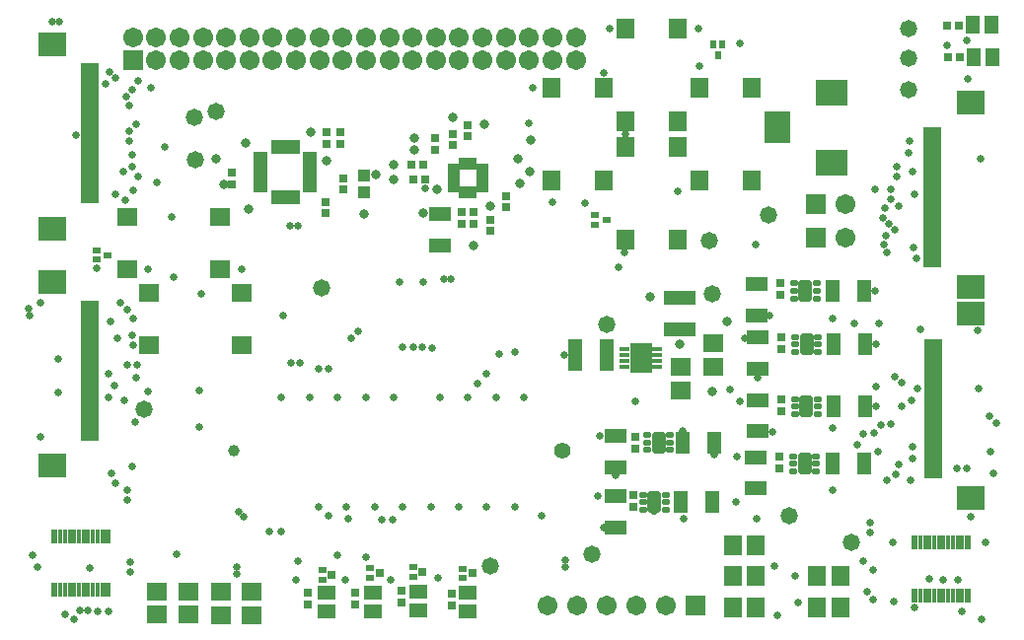
<source format=gts>
G04*
G04 #@! TF.GenerationSoftware,Altium Limited,Altium Designer,18.0.12 (696)*
G04*
G04 Layer_Color=8388736*
%FSLAX25Y25*%
%MOIN*%
G70*
G01*
G75*
%ADD46R,0.05918X0.01981*%
%ADD47R,0.02769X0.02257*%
%ADD48R,0.02769X0.02650*%
%ADD49R,0.01706X0.05131*%
%ADD50R,0.02375X0.05131*%
%ADD51R,0.06312X0.06706*%
%ADD52R,0.09461X0.07887*%
%ADD53R,0.02847X0.02217*%
%ADD54R,0.02847X0.01863*%
%ADD55R,0.05918X0.06902*%
%ADD56R,0.05131X0.07493*%
G04:AMPARAMS|DCode=57|XSize=47.37mil|YSize=70.99mil|CornerRadius=5.97mil|HoleSize=0mil|Usage=FLASHONLY|Rotation=0.000|XOffset=0mil|YOffset=0mil|HoleType=Round|Shape=RoundedRectangle|*
%AMROUNDEDRECTD57*
21,1,0.04737,0.05906,0,0,0.0*
21,1,0.03543,0.07099,0,0,0.0*
1,1,0.01194,0.01772,-0.02953*
1,1,0.01194,-0.01772,-0.02953*
1,1,0.01194,-0.01772,0.02953*
1,1,0.01194,0.01772,0.02953*
%
%ADD57ROUNDEDRECTD57*%
G04:AMPARAMS|DCode=58|XSize=19.81mil|YSize=25.72mil|CornerRadius=5.95mil|HoleSize=0mil|Usage=FLASHONLY|Rotation=90.000|XOffset=0mil|YOffset=0mil|HoleType=Round|Shape=RoundedRectangle|*
%AMROUNDEDRECTD58*
21,1,0.01981,0.01382,0,0,90.0*
21,1,0.00791,0.02572,0,0,90.0*
1,1,0.01190,0.00691,0.00396*
1,1,0.01190,0.00691,-0.00396*
1,1,0.01190,-0.00691,-0.00396*
1,1,0.01190,-0.00691,0.00396*
%
%ADD58ROUNDEDRECTD58*%
%ADD59R,0.07493X0.05131*%
%ADD60R,0.02769X0.03162*%
%ADD61R,0.04737X0.05918*%
%ADD62R,0.11036X0.05131*%
%ADD63R,0.05131X0.11036*%
%ADD64R,0.05918X0.04737*%
%ADD65R,0.06706X0.06312*%
%ADD66R,0.03162X0.02769*%
%ADD67R,0.03559X0.01787*%
%ADD68R,0.07299X0.10173*%
%ADD69R,0.02217X0.02847*%
%ADD70R,0.01863X0.02847*%
%ADD71R,0.03950X0.01981*%
%ADD72R,0.01981X0.03950*%
%ADD73R,0.04343X0.03950*%
%ADD74R,0.04737X0.01981*%
%ADD75R,0.01981X0.04737*%
%ADD76R,0.06902X0.05918*%
%ADD77C,0.05800*%
%ADD78R,0.08674X0.11036*%
%ADD79R,0.11036X0.08674*%
%ADD80C,0.06706*%
%ADD81R,0.06706X0.06706*%
%ADD82C,0.03950*%
%ADD83C,0.05524*%
%ADD84C,0.02600*%
%ADD85C,0.02769*%
%ADD86C,0.03200*%
D46*
X309705Y72165D02*
D03*
X24898Y96842D02*
D03*
Y98811D02*
D03*
X309705Y64291D02*
D03*
X309602Y145531D02*
D03*
Y149469D02*
D03*
Y153405D02*
D03*
X24898Y90937D02*
D03*
Y92905D02*
D03*
Y157346D02*
D03*
Y161284D02*
D03*
Y165220D02*
D03*
Y169158D02*
D03*
Y190811D02*
D03*
Y188842D02*
D03*
Y186874D02*
D03*
Y184906D02*
D03*
Y182937D02*
D03*
Y180968D02*
D03*
Y179000D02*
D03*
Y177032D02*
D03*
Y175063D02*
D03*
Y173094D02*
D03*
Y171126D02*
D03*
Y167189D02*
D03*
Y163252D02*
D03*
Y159315D02*
D03*
Y155378D02*
D03*
Y151441D02*
D03*
Y147504D02*
D03*
Y145535D02*
D03*
X309602Y123878D02*
D03*
Y125847D02*
D03*
Y127815D02*
D03*
Y129783D02*
D03*
Y131752D02*
D03*
Y133721D02*
D03*
Y135689D02*
D03*
Y137657D02*
D03*
Y139626D02*
D03*
Y141595D02*
D03*
Y143563D02*
D03*
Y147500D02*
D03*
Y151437D02*
D03*
Y155374D02*
D03*
Y159311D02*
D03*
Y161279D02*
D03*
Y163248D02*
D03*
Y165217D02*
D03*
Y167185D02*
D03*
Y169153D02*
D03*
X309705Y97756D02*
D03*
Y95787D02*
D03*
Y93819D02*
D03*
Y91850D02*
D03*
Y89882D02*
D03*
Y87913D02*
D03*
Y85945D02*
D03*
Y83976D02*
D03*
Y82008D02*
D03*
Y80039D02*
D03*
Y78071D02*
D03*
Y76102D02*
D03*
Y74134D02*
D03*
Y70197D02*
D03*
Y68228D02*
D03*
Y62323D02*
D03*
Y60354D02*
D03*
Y58386D02*
D03*
Y56417D02*
D03*
Y54449D02*
D03*
Y52480D02*
D03*
X24898Y65346D02*
D03*
Y67315D02*
D03*
Y69283D02*
D03*
Y71252D02*
D03*
Y73220D02*
D03*
Y75189D02*
D03*
Y77157D02*
D03*
Y79126D02*
D03*
Y81094D02*
D03*
Y83063D02*
D03*
Y85031D02*
D03*
Y87000D02*
D03*
Y88968D02*
D03*
Y94874D02*
D03*
Y100779D02*
D03*
Y102748D02*
D03*
Y104717D02*
D03*
Y106685D02*
D03*
Y108653D02*
D03*
Y110622D02*
D03*
X309705Y66260D02*
D03*
X309602Y157343D02*
D03*
X24898Y153409D02*
D03*
Y149472D02*
D03*
D47*
X134110Y18350D02*
D03*
Y21500D02*
D03*
X119500Y18000D02*
D03*
Y21150D02*
D03*
X150925Y17925D02*
D03*
Y21075D02*
D03*
X103350Y17425D02*
D03*
Y20575D02*
D03*
D48*
X137260Y19925D02*
D03*
X122650Y19575D02*
D03*
X154075Y19500D02*
D03*
X106500Y19000D02*
D03*
D49*
X316437Y11945D02*
D03*
X313287D02*
D03*
X318012Y30055D02*
D03*
X314862D02*
D03*
X311713D02*
D03*
X308563D02*
D03*
X305413D02*
D03*
X319587D02*
D03*
Y11945D02*
D03*
X310138D02*
D03*
X308563D02*
D03*
X306988D02*
D03*
X305413D02*
D03*
X311713D02*
D03*
X314862D02*
D03*
X318012D02*
D03*
X310138Y30055D02*
D03*
X306988D02*
D03*
X316437D02*
D03*
X313287D02*
D03*
X28987Y31955D02*
D03*
X22687D02*
D03*
X25837D02*
D03*
X28987Y13845D02*
D03*
X27412D02*
D03*
X25837D02*
D03*
X24262D02*
D03*
X22687D02*
D03*
X21113D02*
D03*
X19538D02*
D03*
X17963D02*
D03*
X16388D02*
D03*
X14813D02*
D03*
X27412Y31955D02*
D03*
X24262D02*
D03*
X21113D02*
D03*
X17963D02*
D03*
X14813D02*
D03*
X19538D02*
D03*
X16388D02*
D03*
D50*
X303504Y30055D02*
D03*
X321496D02*
D03*
Y11945D02*
D03*
X303504D02*
D03*
X12904Y13845D02*
D03*
X12904Y31955D02*
D03*
X30896D02*
D03*
Y13845D02*
D03*
D51*
X249937Y29000D02*
D03*
X242063D02*
D03*
X249937Y18500D02*
D03*
X242063D02*
D03*
X249937Y8000D02*
D03*
X242063D02*
D03*
X278437Y18463D02*
D03*
X270563D02*
D03*
X278437Y8000D02*
D03*
X270563D02*
D03*
D52*
X12102Y198291D02*
D03*
Y136087D02*
D03*
X322398Y116398D02*
D03*
Y178602D02*
D03*
X322500Y107205D02*
D03*
Y45000D02*
D03*
X12102Y55898D02*
D03*
Y118102D02*
D03*
D53*
X30858Y127075D02*
D03*
X199429Y139000D02*
D03*
D54*
X27000Y125500D02*
D03*
Y128650D02*
D03*
X195571Y137425D02*
D03*
Y140575D02*
D03*
D55*
X205742Y203539D02*
D03*
X223458D02*
D03*
X205742Y172239D02*
D03*
X223458D02*
D03*
X180742Y183539D02*
D03*
X198458D02*
D03*
X180742Y152239D02*
D03*
X198458D02*
D03*
X230742Y183539D02*
D03*
X248458D02*
D03*
X230742Y152239D02*
D03*
X248458D02*
D03*
X205742Y163539D02*
D03*
X223458D02*
D03*
X205742Y132239D02*
D03*
X223458D02*
D03*
D56*
X235130Y43500D02*
D03*
X224500D02*
D03*
X235815Y63772D02*
D03*
X225185D02*
D03*
X286815Y75800D02*
D03*
X276185D02*
D03*
X286315Y56500D02*
D03*
X275685D02*
D03*
X286315Y115006D02*
D03*
X275685D02*
D03*
X286815Y96842D02*
D03*
X276185D02*
D03*
D57*
X217000Y63772D02*
D03*
X215500Y43500D02*
D03*
X266800Y75800D02*
D03*
X266400Y56458D02*
D03*
X266600Y115006D02*
D03*
X267000Y96835D02*
D03*
D58*
X220839Y66331D02*
D03*
Y63772D02*
D03*
Y61213D02*
D03*
X213161D02*
D03*
Y63772D02*
D03*
Y66331D02*
D03*
X219339Y46059D02*
D03*
Y43500D02*
D03*
Y40941D02*
D03*
X211661D02*
D03*
Y43500D02*
D03*
Y46059D02*
D03*
X270639Y78359D02*
D03*
Y75800D02*
D03*
Y73241D02*
D03*
X262961D02*
D03*
Y75800D02*
D03*
Y78359D02*
D03*
X270239Y59017D02*
D03*
Y56458D02*
D03*
Y53899D02*
D03*
X262561D02*
D03*
Y56458D02*
D03*
Y59017D02*
D03*
X270439Y117565D02*
D03*
Y115006D02*
D03*
Y112447D02*
D03*
X262761D02*
D03*
Y115006D02*
D03*
Y117565D02*
D03*
X270839Y99394D02*
D03*
Y96835D02*
D03*
Y94276D02*
D03*
X263161D02*
D03*
Y96835D02*
D03*
Y99394D02*
D03*
D59*
X202500Y34985D02*
D03*
Y45615D02*
D03*
Y55223D02*
D03*
Y65853D02*
D03*
X250300Y67485D02*
D03*
Y78115D02*
D03*
X249900Y48143D02*
D03*
Y58773D02*
D03*
X250100Y106691D02*
D03*
Y117321D02*
D03*
X143079Y130332D02*
D03*
Y140961D02*
D03*
X250500Y88520D02*
D03*
Y99150D02*
D03*
D60*
X258300Y74331D02*
D03*
Y78268D02*
D03*
X258100Y113538D02*
D03*
Y117475D02*
D03*
X258500Y95366D02*
D03*
Y99303D02*
D03*
X209000Y61532D02*
D03*
Y65469D02*
D03*
X208500Y41882D02*
D03*
Y45819D02*
D03*
X257900Y54990D02*
D03*
Y58927D02*
D03*
X98500Y9031D02*
D03*
Y12968D02*
D03*
X114579Y9031D02*
D03*
Y12968D02*
D03*
X130000Y9532D02*
D03*
Y13468D02*
D03*
X147000Y8531D02*
D03*
Y12468D02*
D03*
X147579Y168115D02*
D03*
Y164178D02*
D03*
X165579Y143178D02*
D03*
Y147115D02*
D03*
X160079Y139115D02*
D03*
Y135178D02*
D03*
X150610Y141615D02*
D03*
Y137678D02*
D03*
X141579Y162678D02*
D03*
Y166615D02*
D03*
X154547Y141615D02*
D03*
Y137678D02*
D03*
X152579Y171115D02*
D03*
Y167178D02*
D03*
X109400Y164646D02*
D03*
Y168584D02*
D03*
X104900Y168584D02*
D03*
Y164646D02*
D03*
X110613Y149146D02*
D03*
Y153084D02*
D03*
X72900Y151115D02*
D03*
Y155052D02*
D03*
X104337Y145083D02*
D03*
Y141147D02*
D03*
D61*
X329650Y194100D02*
D03*
X323350D02*
D03*
X329350Y205100D02*
D03*
X323050D02*
D03*
D62*
X224000Y112615D02*
D03*
Y101985D02*
D03*
D63*
X188685Y93284D02*
D03*
X199315D02*
D03*
D64*
X104800Y12850D02*
D03*
Y6550D02*
D03*
X120333Y12850D02*
D03*
Y6550D02*
D03*
X135667Y13350D02*
D03*
Y7050D02*
D03*
X152500Y12850D02*
D03*
Y6550D02*
D03*
D65*
X235500Y97237D02*
D03*
Y89363D02*
D03*
X224500Y81363D02*
D03*
Y89237D02*
D03*
X47500Y5563D02*
D03*
Y13437D02*
D03*
X58000Y5563D02*
D03*
Y13437D02*
D03*
X79600Y5263D02*
D03*
Y13137D02*
D03*
X69200Y5263D02*
D03*
Y13137D02*
D03*
D66*
X314432Y204700D02*
D03*
X318369D02*
D03*
X314932Y193900D02*
D03*
X318868D02*
D03*
X138047Y152647D02*
D03*
X134110D02*
D03*
X133610Y157647D02*
D03*
X137547D02*
D03*
D67*
X205488Y95253D02*
D03*
Y93284D02*
D03*
Y91316D02*
D03*
Y89347D02*
D03*
X216512Y95253D02*
D03*
Y93284D02*
D03*
Y91316D02*
D03*
Y89347D02*
D03*
D68*
X211000Y92300D02*
D03*
D69*
X237000Y194571D02*
D03*
D70*
X235425Y198429D02*
D03*
X238575D02*
D03*
D71*
X157500Y149209D02*
D03*
Y151178D02*
D03*
Y153147D02*
D03*
Y155115D02*
D03*
Y157083D02*
D03*
X147658D02*
D03*
Y155115D02*
D03*
Y153147D02*
D03*
Y151178D02*
D03*
Y149209D02*
D03*
D72*
X154547Y158068D02*
D03*
X152579D02*
D03*
X150610D02*
D03*
Y148225D02*
D03*
X152579D02*
D03*
X154547D02*
D03*
D73*
X117400Y153934D02*
D03*
Y148422D02*
D03*
D74*
X82435Y149209D02*
D03*
Y153147D02*
D03*
Y157083D02*
D03*
Y159052D02*
D03*
Y161021D02*
D03*
Y155115D02*
D03*
X99168Y151178D02*
D03*
Y155115D02*
D03*
Y157083D02*
D03*
Y159052D02*
D03*
Y161021D02*
D03*
Y153147D02*
D03*
X82435Y151178D02*
D03*
X99168Y149209D02*
D03*
D75*
X86963Y146650D02*
D03*
X88932D02*
D03*
X86963Y163579D02*
D03*
X88932D02*
D03*
X90900D02*
D03*
X94837Y146650D02*
D03*
X92869D02*
D03*
X90900D02*
D03*
X94837Y163579D02*
D03*
X92869D02*
D03*
D76*
X76150Y114358D02*
D03*
Y96642D02*
D03*
X44850Y114358D02*
D03*
Y96642D02*
D03*
X37350Y122158D02*
D03*
Y139875D02*
D03*
X68650Y122158D02*
D03*
Y139875D02*
D03*
D77*
X160000Y22000D02*
D03*
X194500Y26000D02*
D03*
X261000Y39000D02*
D03*
X67400Y175500D02*
D03*
X60000Y173500D02*
D03*
X282000Y30000D02*
D03*
X254000Y140500D02*
D03*
X301500Y183000D02*
D03*
Y193500D02*
D03*
Y203500D02*
D03*
X199500Y103500D02*
D03*
X234000Y132000D02*
D03*
X235000Y114000D02*
D03*
X103000Y116000D02*
D03*
X43000Y74961D02*
D03*
X60402Y159213D02*
D03*
D78*
X256996Y170189D02*
D03*
D79*
X275500Y182000D02*
D03*
Y158378D02*
D03*
D80*
X280000Y133000D02*
D03*
Y144332D02*
D03*
X179500Y8600D02*
D03*
X189500D02*
D03*
X199500D02*
D03*
X209500D02*
D03*
X219500D02*
D03*
X39370Y200787D02*
D03*
X47244Y192913D02*
D03*
Y200787D02*
D03*
X55118Y192913D02*
D03*
Y200787D02*
D03*
X62992Y192913D02*
D03*
Y200787D02*
D03*
X70866Y192913D02*
D03*
Y200787D02*
D03*
X78740Y192913D02*
D03*
Y200787D02*
D03*
X86614Y192913D02*
D03*
Y200787D02*
D03*
X94488Y192913D02*
D03*
Y200787D02*
D03*
X102362Y192913D02*
D03*
Y200787D02*
D03*
X110236Y192913D02*
D03*
Y200787D02*
D03*
X118110Y192913D02*
D03*
Y200787D02*
D03*
X125984Y192913D02*
D03*
Y200787D02*
D03*
X133858Y192913D02*
D03*
Y200787D02*
D03*
X141732Y192913D02*
D03*
Y200787D02*
D03*
X149606Y192913D02*
D03*
Y200787D02*
D03*
X157480Y192913D02*
D03*
Y200787D02*
D03*
X165354Y192913D02*
D03*
Y200787D02*
D03*
X173228Y192913D02*
D03*
Y200787D02*
D03*
X181102Y192913D02*
D03*
Y200787D02*
D03*
X188976Y192913D02*
D03*
Y200787D02*
D03*
D81*
X270000Y133000D02*
D03*
Y144332D02*
D03*
X229500Y8600D02*
D03*
X39370Y192913D02*
D03*
D82*
X73425Y60827D02*
D03*
D83*
X184449D02*
D03*
D84*
X33500Y50000D02*
D03*
X37500Y47650D02*
D03*
X296200Y30000D02*
D03*
X225500Y38000D02*
D03*
X225185Y67485D02*
D03*
X8000Y111000D02*
D03*
X39500Y96500D02*
D03*
X34165Y98811D02*
D03*
X290458Y82500D02*
D03*
X304508Y82008D02*
D03*
X105315Y39000D02*
D03*
X112000Y38000D02*
D03*
X177500Y39000D02*
D03*
X198485Y34985D02*
D03*
X168307Y42000D02*
D03*
X275685Y47650D02*
D03*
X90000Y106500D02*
D03*
X291500Y104000D02*
D03*
X283000D02*
D03*
X235815Y59500D02*
D03*
X255500Y67315D02*
D03*
X241000Y81500D02*
D03*
X95103Y23500D02*
D03*
X108500Y25500D02*
D03*
X118110Y25000D02*
D03*
X74500Y21750D02*
D03*
Y19250D02*
D03*
X142500Y17925D02*
D03*
X243500Y59017D02*
D03*
X209000Y77500D02*
D03*
X305429Y102000D02*
D03*
X244500Y77500D02*
D03*
X44500Y81000D02*
D03*
X52992Y119500D02*
D03*
X62307Y114037D02*
D03*
X137500Y118000D02*
D03*
X284000Y63000D02*
D03*
X290458Y75800D02*
D03*
X290000Y115006D02*
D03*
X290500Y96800D02*
D03*
X254500Y106500D02*
D03*
X275685Y68500D02*
D03*
X246000Y99000D02*
D03*
X275685Y105500D02*
D03*
X249900Y130500D02*
D03*
X197000Y65937D02*
D03*
X257000Y5263D02*
D03*
X185500Y21500D02*
D03*
Y24000D02*
D03*
X127000Y37500D02*
D03*
X123512D02*
D03*
X40000Y70500D02*
D03*
X203500Y123000D02*
D03*
X38185Y177500D02*
D03*
X185000Y93284D02*
D03*
X4500Y106500D02*
D03*
X31716Y104717D02*
D03*
X250500Y85500D02*
D03*
X243000Y43500D02*
D03*
X202500Y52480D02*
D03*
X12000Y206000D02*
D03*
X14500D02*
D03*
X223500Y148500D02*
D03*
X146850Y119000D02*
D03*
X144350D02*
D03*
X129500Y118000D02*
D03*
X89500Y33500D02*
D03*
X85500D02*
D03*
X256000Y22000D02*
D03*
X250000Y38000D02*
D03*
X198500Y188500D02*
D03*
X244500Y198500D02*
D03*
X138047Y149520D02*
D03*
X52500Y139875D02*
D03*
X94488Y17425D02*
D03*
X27000Y122500D02*
D03*
X76158Y122158D02*
D03*
X44342D02*
D03*
X174539Y183539D02*
D03*
X230500Y203500D02*
D03*
X173272Y171728D02*
D03*
X205500Y127815D02*
D03*
X205742Y167889D02*
D03*
X200461Y203539D02*
D03*
X230742Y191000D02*
D03*
X301818Y165539D02*
D03*
X321000Y199500D02*
D03*
X321496Y186500D02*
D03*
X314432Y198068D02*
D03*
X181185Y145000D02*
D03*
X192000Y144500D02*
D03*
X14223Y91939D02*
D03*
X61803Y81134D02*
D03*
X61815Y68896D02*
D03*
X324992Y82000D02*
D03*
X298041Y56417D02*
D03*
X287363Y13137D02*
D03*
X289500Y10500D02*
D03*
X330000Y53303D02*
D03*
X329000Y60500D02*
D03*
X302886Y58386D02*
D03*
X330983Y70166D02*
D03*
X328650Y72500D02*
D03*
X302500Y78000D02*
D03*
X299102Y76102D02*
D03*
X326000Y4000D02*
D03*
X324713Y101500D02*
D03*
X295500Y145850D02*
D03*
Y149150D02*
D03*
X289500Y20500D02*
D03*
X286000Y23500D02*
D03*
X290000Y149209D02*
D03*
X39063Y55500D02*
D03*
X24898Y21225D02*
D03*
X21500Y6817D02*
D03*
X24262D02*
D03*
X19500Y4000D02*
D03*
X16500Y5500D02*
D03*
X8000Y65500D02*
D03*
X7000Y21500D02*
D03*
X39000Y100000D02*
D03*
X39370Y105500D02*
D03*
X20000Y167500D02*
D03*
X54000Y26000D02*
D03*
X264032Y9500D02*
D03*
X262961Y18500D02*
D03*
X130512Y96000D02*
D03*
X134000D02*
D03*
X137000D02*
D03*
X140500Y95500D02*
D03*
X37500Y44350D02*
D03*
X325815Y159500D02*
D03*
X38185Y165539D02*
D03*
Y168839D02*
D03*
X38500Y19850D02*
D03*
Y23150D02*
D03*
X155709Y83500D02*
D03*
X158933Y87000D02*
D03*
X299024Y83976D02*
D03*
X296945Y85945D02*
D03*
X304017Y125847D02*
D03*
X293280Y130500D02*
D03*
X294094Y127815D02*
D03*
X303171Y129783D02*
D03*
X293779Y133721D02*
D03*
X296760Y135689D02*
D03*
X294926Y137657D02*
D03*
X292874Y139626D02*
D03*
X293500Y143000D02*
D03*
X298083Y143563D02*
D03*
X303500Y147504D02*
D03*
X31000Y6500D02*
D03*
X27412D02*
D03*
X36406Y78067D02*
D03*
X30200Y184906D02*
D03*
X33374Y186874D02*
D03*
X31343Y188842D02*
D03*
X39063Y182937D02*
D03*
X37000Y180500D02*
D03*
X40374Y171126D02*
D03*
X31000Y87000D02*
D03*
X5500Y25500D02*
D03*
X143110Y79000D02*
D03*
X127500D02*
D03*
X118000D02*
D03*
X130512Y42000D02*
D03*
X121063D02*
D03*
X111614D02*
D03*
X102165D02*
D03*
X139961D02*
D03*
X149409D02*
D03*
X158858D02*
D03*
X108465Y79000D02*
D03*
X99016D02*
D03*
X89567D02*
D03*
X152559D02*
D03*
X162008D02*
D03*
X171457D02*
D03*
X92603Y136815D02*
D03*
X95103D02*
D03*
X322500Y38500D02*
D03*
X327350Y30000D02*
D03*
X126500Y17425D02*
D03*
X111000D02*
D03*
X45494Y183500D02*
D03*
X41000Y186000D02*
D03*
X4000Y109000D02*
D03*
X33063Y83063D02*
D03*
X196500Y45500D02*
D03*
X36122Y155378D02*
D03*
X39000Y160965D02*
D03*
Y157000D02*
D03*
X47500Y151500D02*
D03*
X36941Y145535D02*
D03*
X33500Y147500D02*
D03*
X296500Y10000D02*
D03*
X319587Y6500D02*
D03*
X318000Y17425D02*
D03*
X302716Y62323D02*
D03*
X303500Y8000D02*
D03*
X308328Y17500D02*
D03*
X313000Y17425D02*
D03*
X14223Y80500D02*
D03*
X302626Y155374D02*
D03*
X301500Y161598D02*
D03*
X168307Y94258D02*
D03*
X163226Y93650D02*
D03*
X105390Y88500D02*
D03*
X102090D02*
D03*
X291212Y60473D02*
D03*
X288500Y33350D02*
D03*
X295500Y70000D02*
D03*
X292000Y69500D02*
D03*
X288500Y36650D02*
D03*
X294094Y51000D02*
D03*
X289650Y66926D02*
D03*
X286000Y66500D02*
D03*
X297500Y153724D02*
D03*
Y157024D02*
D03*
X317950Y55000D02*
D03*
X321250D02*
D03*
X297000Y53000D02*
D03*
X302000Y51000D02*
D03*
X40374Y85500D02*
D03*
X31000Y79000D02*
D03*
X92641Y90500D02*
D03*
X95941D02*
D03*
X31961Y53127D02*
D03*
X113000Y99000D02*
D03*
X115333Y101333D02*
D03*
X75000Y40268D02*
D03*
X76731Y38537D02*
D03*
X41000Y153500D02*
D03*
X39500Y149000D02*
D03*
X35000Y111000D02*
D03*
X37333Y108667D02*
D03*
X40800Y90000D02*
D03*
X37500D02*
D03*
X50000Y163500D02*
D03*
D85*
X215500Y40500D02*
D03*
X217000Y61606D02*
D03*
Y65937D02*
D03*
X215500Y45665D02*
D03*
X266800Y73635D02*
D03*
Y77965D02*
D03*
X266400Y54293D02*
D03*
Y58624D02*
D03*
X266600Y112841D02*
D03*
Y117172D02*
D03*
X267000Y94669D02*
D03*
Y99000D02*
D03*
D86*
X142000Y149209D02*
D03*
X235000Y81000D02*
D03*
X214000Y112800D02*
D03*
X224000Y96800D02*
D03*
X211000Y94800D02*
D03*
Y89300D02*
D03*
X147579Y173646D02*
D03*
X134610Y162615D02*
D03*
X134579Y166647D02*
D03*
X127579Y152647D02*
D03*
X127579Y157647D02*
D03*
X158079Y171147D02*
D03*
X169579Y159646D02*
D03*
X173579Y155147D02*
D03*
X170079Y151146D02*
D03*
X160079Y143647D02*
D03*
X154547Y130332D02*
D03*
X117400Y141115D02*
D03*
X104900Y159052D02*
D03*
X99400Y168615D02*
D03*
X78400Y142615D02*
D03*
X77400Y165115D02*
D03*
X67400Y159615D02*
D03*
X173700Y166115D02*
D03*
X70200Y150915D02*
D03*
X121300Y154215D02*
D03*
X137600Y141215D02*
D03*
X240000Y104500D02*
D03*
M02*

</source>
